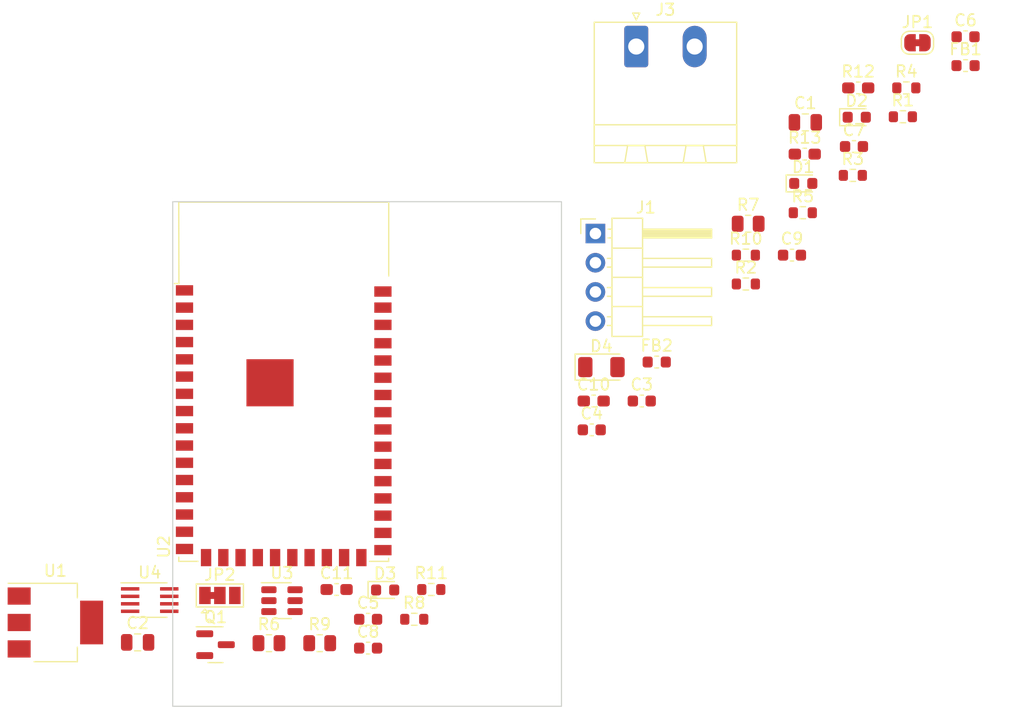
<source format=kicad_pcb>
(kicad_pcb (version 20211014) (generator pcbnew)
  (layers (0 "F.Cu" signal) (31 "B.Cu" signal) (34 "B.Paste" user) (35 "F.Paste" user) (36 "B.SilkS" user "B.Silkscreen") (37 "F.SilkS" user "F.Silkscreen") (38 "B.Mask" user) (39 "F.Mask" user) (44 "Edge.Cuts" user))
  (net 0 "")
  (net 1 "+5V")
  (net 2 "GND")
  (net 3 "+3V3")
  (net 4 "/USB_D+")
  (net 5 "/USB_D-")
  (net 6 "/EN")
  (net 7 "/IO00")
  (net 8 "Net-(C8-Pad2)")
  (net 9 "VBUS")
  (net 10 "Net-(D1-Pad2)")
  (net 11 "Net-(D2-Pad1)")
  (net 12 "/M1")
  (net 13 "Net-(D3-Pad2)")
  (net 14 "/O1V")
  (net 15 "/O1")
  (net 16 "+5VD")
  (net 17 "+12V")
  (net 18 "Net-(JP1-Pad2)")
  (net 19 "Net-(Q1-Pad1)")
  (net 20 "Net-(Q1-Pad2)")
  (net 25 "Net-(J2-PadB5)")
  (net 26 "Net-(J2-PadA5)")
  (net 27 "Net-(R12-Pad1)")
  (net 28 "WS2812B_GPIO_0")
  (net 29 "Net-(R13-Pad1)")
  (net 67 "/D-")
  (net 68 "/D+")
  (net 69 "GPIO_0")
  (footprint "Inductor_SMD:L_0603_1608Metric" (layer "F.Cu") (at 156.78 67.65)
    (fp_text reference "FB2" (at 0 -1.43) (layer "F.SilkS"))
    (fp_text value ">1A")
    (fp_line (start -0.162779 -0.51) (end 0.162779 -0.51) (layer "F.SilkS") (width 0.12))
    (fp_line (start -0.162779 0.51) (end 0.162779 0.51) (layer "F.SilkS") (width 0.12))
    (pad "1" smd roundrect locked (at -0.7875 0) (size 0.875 0.95) (layers "F.Cu" "F.Paste" "F.Mask") (net 1 "+5V"))
    (pad "2" smd roundrect locked (at 0.7875 0) (size 0.875 0.95) (layers "F.Cu" "F.Paste" "F.Mask") (net 9 "VBUS"))
  )
  (footprint "Capacitor_SMD:C_0603_1608Metric" (layer "F.Cu") (at 131.69 90.03)
    (fp_text reference "C5" (at 0 -1.43) (layer "F.SilkS"))
    (fp_text value "0.1u")
    (fp_line (start -0.14058 0.51) (end 0.14058 0.51) (layer "F.SilkS") (width 0.12))
    (fp_line (start -0.14058 -0.51) (end 0.14058 -0.51) (layer "F.SilkS") (width 0.12))
    (pad "1" smd roundrect locked (at -0.775 0) (size 0.9 0.95) (layers "F.Cu" "F.Paste" "F.Mask") (net 6 "/EN"))
    (pad "2" smd roundrect locked (at 0.775 0) (size 0.9 0.95) (layers "F.Cu" "F.Paste" "F.Mask") (net 2 "GND"))
  )
  (footprint "Connector_Phoenix_MSTB:PhoenixContact_MSTBA_2,5_2-G-5,08_1x02_P5.08mm_Horizontal" (layer "F.Cu") (at 155 40.2)
    (fp_text reference "J3" (at 2.54 -3.2) (layer "F.SilkS"))
    (fp_text value "Conn_01x02_Male")
    (fp_line (start 8.73 10.11) (end 8.73 -2.11) (layer "F.SilkS") (width 0.12))
    (fp_line (start -0.75 8.61) (end -1 10.11) (layer "F.SilkS") (width 0.12))
    (fp_line (start 0 -2.31) (end -0.3 -2.91) (layer "F.SilkS") (width 0.12))
    (fp_line (start 0.3 -2.91) (end 0 -2.31) (layer "F.SilkS") (width 0.12))
    (fp_line (start -1 10.11) (end 1 10.11) (layer "F.SilkS") (width 0.12))
    (fp_line (start -3.65 -2.11) (end -3.65 10.11) (layer "F.SilkS") (width 0.12))
    (fp_line (start -3.65 8.61) (end -3.65 6.81) (layer "F.SilkS") (width 0.12))
    (fp_line (start 8.73 8.61) (end -3.65 8.61) (layer "F.SilkS") (width 0.12))
    (fp_line (start 4.33 8.61) (end 4.08 10.11) (layer "F.SilkS") (width 0.12))
    (fp_line (start -3.65 10.11) (end 8.73 10.11) (layer "F.SilkS") (width 0.12))
    (fp_line (start 6.08 10.11) (end 5.83 8.61) (layer "F.SilkS") (width 0.12))
    (fp_line (start -0.3 -2.91) (end 0.3 -2.91) (layer "F.SilkS") (width 0.12))
    (fp_line (start 1 10.11) (end 0.75 8.61) (layer "F.SilkS") (width 0.12))
    (fp_line (start 0.75 8.61) (end -0.75 8.61) (layer "F.SilkS") (width 0.12))
    (fp_line (start 5.83 8.61) (end 4.33 8.61) (layer "F.SilkS") (width 0.12))
    (fp_line (start 8.73 6.81) (end 8.73 8.61) (layer "F.SilkS") (width 0.12))
    (fp_line (start 8.73 -2.11) (end -3.65 -2.11) (layer "F.SilkS") (width 0.12))
    (fp_line (start 4.08 10.11) (end 6.08 10.11) (layer "F.SilkS") (width 0.12))
    (fp_line (start -3.65 6.81) (end 8.73 6.81) (layer "F.SilkS") (width 0.12))
    (pad "1" thru_hole roundrect locked (at 0 0) (size 2.08 3.6) (drill 1.4) (layers *.Cu *.Mask) (roundrect_rratio 0.120192) (net 14 "/O1V"))
    (pad "2" thru_hole oval locked (at 5.08 0) (size 2.08 3.6) (drill 1.4) (layers *.Cu *.Mask) (net 15 "/O1"))
  )
  (footprint "Capacitor_SMD:C_0603_1608Metric_Pad1.08x0.95mm_HandSolder" (layer "F.Cu") (at 151.3 71.04)
    (fp_text reference "C10" (at 0 -1.43) (layer "F.SilkS"))
    (fp_text value "100nF")
    (fp_line (start -0.146267 -0.51) (end 0.146267 -0.51) (layer "F.SilkS") (width 0.12))
    (fp_line (start -0.146267 0.51) (end 0.146267 0.51) (layer "F.SilkS") (width 0.12))
    (pad "1" smd roundrect locked (at -0.8625 0) (size 1.075 0.95) (layers "F.Cu" "F.Paste" "F.Mask") (net 2 "GND"))
    (pad "2" smd roundrect locked (at 0.8625 0) (size 1.075 0.95) (layers "F.Cu" "F.Paste" "F.Mask") (net 3 "+3V3"))
  )
  (footprint "Capacitor_SMD:C_0603_1608Metric" (layer "F.Cu") (at 168.54 58.35)
    (fp_text reference "C9" (at 0 -1.43) (layer "F.SilkS"))
    (fp_text value "0.1u")
    (fp_line (start -0.14058 -0.51) (end 0.14058 -0.51) (layer "F.SilkS") (width 0.12))
    (fp_line (start -0.14058 0.51) (end 0.14058 0.51) (layer "F.SilkS") (width 0.12))
    (pad "1" smd roundrect locked (at -0.775 0) (size 0.9 0.95) (layers "F.Cu" "F.Paste" "F.Mask") (net 9 "VBUS"))
    (pad "2" smd roundrect locked (at 0.775 0) (size 0.9 0.95) (layers "F.Cu" "F.Paste" "F.Mask") (net 2 "GND"))
  )
  (footprint "Resistor_SMD:R_0603_1608Metric" (layer "F.Cu") (at 137.18 87.44)
    (fp_text reference "R11" (at 0 -1.43) (layer "F.SilkS"))
    (fp_text value "5.1k")
    (fp_line (start -0.237258 -0.5225) (end 0.237258 -0.5225) (layer "F.SilkS") (width 0.12))
    (fp_line (start -0.237258 0.5225) (end 0.237258 0.5225) (layer "F.SilkS") (width 0.12))
    (pad "1" smd roundrect locked (at -0.825 0) (size 0.8 0.95) (layers "F.Cu" "F.Paste" "F.Mask") (net 26 "Net-(J2-PadA5)"))
    (pad "2" smd roundrect locked (at 0.825 0) (size 0.8 0.95) (layers "F.Cu" "F.Paste" "F.Mask") (net 2 "GND"))
  )
  (footprint "Resistor_SMD:R_0603_1608Metric" (layer "F.Cu") (at 178.18 46.31)
    (fp_text reference "R1" (at 0 -1.43) (layer "F.SilkS"))
    (fp_text value "10k")
    (fp_line (start -0.237258 0.5225) (end 0.237258 0.5225) (layer "F.SilkS") (width 0.12))
    (fp_line (start -0.237258 -0.5225) (end 0.237258 -0.5225) (layer "F.SilkS") (width 0.12))
    (pad "1" smd roundrect locked (at -0.825 0) (size 0.8 0.95) (layers "F.Cu" "F.Paste" "F.Mask") (net 3 "+3V3"))
    (pad "2" smd roundrect locked (at 0.825 0) (size 0.8 0.95) (layers "F.Cu" "F.Paste" "F.Mask"))
  )
  (footprint "LED_SMD:LED_0603_1608Metric" (layer "F.Cu") (at 169.52 52.11)
    (fp_text reference "D1" (at 0 -1.43) (layer "F.SilkS"))
    (fp_text value "LED")
    (fp_line (start 0.8 -0.735) (end -1.485 -0.735) (layer "F.SilkS") (width 0.12))
    (fp_line (start -1.485 -0.735) (end -1.485 0.735) (layer "F.SilkS") (width 0.12))
    (fp_line (start -1.485 0.735) (end 0.8 0.735) (layer "F.SilkS") (width 0.12))
    (pad "1" smd roundrect locked (at -0.7875 0) (size 0.875 0.95) (layers "F.Cu" "F.Paste" "F.Mask") (net 2 "GND"))
    (pad "2" smd roundrect locked (at 0.7875 0) (size 0.875 0.95) (layers "F.Cu" "F.Paste" "F.Mask") (net 10 "Net-(D1-Pad2)"))
  )
  (footprint "Package_TO_SOT_SMD:SOT-23-6" (layer "F.Cu") (at 124.2 88.41)
    (fp_text reference "U3" (at 0 -2.4) (layer "F.SilkS"))
    (fp_text value "USBLC6-2SC6")
    (fp_line (start 0 1.56) (end 0.8 1.56) (layer "F.SilkS") (width 0.12))
    (fp_line (start 0 -1.56) (end -1.8 -1.56) (layer "F.SilkS") (width 0.12))
    (fp_line (start 0 -1.56) (end 0.8 -1.56) (layer "F.SilkS") (width 0.12))
    (fp_line (start 0 1.56) (end -0.8 1.56) (layer "F.SilkS") (width 0.12))
    (pad "1" smd roundrect locked (at -1.1375 -0.95) (size 1.325 0.6) (layers "F.Cu" "F.Paste" "F.Mask") (net 67 "/D-"))
    (pad "2" smd roundrect locked (at -1.1375 0) (size 1.325 0.6) (layers "F.Cu" "F.Paste" "F.Mask") (net 2 "GND"))
    (pad "3" smd roundrect locked (at -1.1375 0.95) (size 1.325 0.6) (layers "F.Cu" "F.Paste" "F.Mask") (net 68 "/D+"))
    (pad "4" smd roundrect locked (at 1.1375 0.95) (size 1.325 0.6) (layers "F.Cu" "F.Paste" "F.Mask") (net 4 "/USB_D+"))
    (pad "5" smd roundrect locked (at 1.1375 0) (size 1.325 0.6) (layers "F.Cu" "F.Paste" "F.Mask") (net 9 "VBUS"))
    (pad "6" smd roundrect locked (at 1.1375 -0.95) (size 1.325 0.6) (layers "F.Cu" "F.Paste" "F.Mask") (net 5 "/USB_D-"))
  )
  (footprint "Diode_SMD:D_1206_3216Metric" (layer "F.Cu") (at 151.97 68.09)
    (fp_text reference "D4" (at 0 -1.82) (layer "F.SilkS"))
    (fp_text value "1N4148")
    (fp_line (start -2.285 -1.135) (end -2.285 1.135) (layer "F.SilkS") (width 0.12))
    (fp_line (start 1.6 -1.135) (end -2.285 -1.135) (layer "F.SilkS") (width 0.12))
    (fp_line (start -2.285 1.135) (end 1.6 1.135) (layer "F.SilkS") (width 0.12))
    (pad "1" smd roundrect locked (at -1.4 0) (size 1.25 1.75) (layers "F.Cu" "F.Paste" "F.Mask") (roundrect_rratio 0.2) (net 14 "/O1V"))
    (pad "2" smd roundrect locked (at 1.4 0) (size 1.25 1.75) (layers "F.Cu" "F.Paste" "F.Mask") (roundrect_rratio 0.2) (net 15 "/O1"))
  )
  (footprint "Capacitor_SMD:C_0603_1608Metric" (layer "F.Cu") (at 173.93 48.9)
    (fp_text reference "C7" (at 0 -1.43) (layer "F.SilkS"))
    (fp_text value "0.1u")
    (fp_line (start -0.14058 -0.51) (end 0.14058 -0.51) (layer "F.SilkS") (width 0.12))
    (fp_line (start -0.14058 0.51) (end 0.14058 0.51) (layer "F.SilkS") (width 0.12))
    (pad "1" smd roundrect locked (at -0.775 0) (size 0.9 0.95) (layers "F.Cu" "F.Paste" "F.Mask") (net 3 "+3V3"))
    (pad "2" smd roundrect locked (at 0.775 0) (size 0.9 0.95) (layers "F.Cu" "F.Paste" "F.Mask") (net 2 "GND"))
  )
  (footprint "Capacitor_SMD:C_0603_1608Metric" (layer "F.Cu") (at 155.48 71.04)
    (fp_text reference "C3" (at 0 -1.43) (layer "F.SilkS"))
    (fp_text value "20p")
    (fp_line (start -0.14058 -0.51) (end 0.14058 -0.51) (layer "F.SilkS") (width 0.12))
    (fp_line (start -0.14058 0.51) (end 0.14058 0.51) (layer "F.SilkS") (width 0.12))
    (pad "1" smd roundrect locked (at -0.775 0) (size 0.9 0.95) (layers "F.Cu" "F.Paste" "F.Mask") (net 2 "GND"))
    (pad "2" smd roundrect locked (at 0.775 0) (size 0.9 0.95) (layers "F.Cu" "F.Paste" "F.Mask") (net 4 "/USB_D+"))
  )
  (footprint "Resistor_SMD:R_0603_1608Metric" (layer "F.Cu") (at 169.48 54.66)
    (fp_text reference "R5" (at 0 -1.43) (layer "F.SilkS"))
    (fp_text value "10k")
    (fp_line (start -0.237258 0.5225) (end 0.237258 0.5225) (layer "F.SilkS") (width 0.12))
    (fp_line (start -0.237258 -0.5225) (end 0.237258 -0.5225) (layer "F.SilkS") (width 0.12))
    (pad "1" smd roundrect locked (at -0.825 0) (size 0.8 0.95) (layers "F.Cu" "F.Paste" "F.Mask") (net 3 "+3V3"))
    (pad "2" smd roundrect locked (at 0.825 0) (size 0.8 0.95) (layers "F.Cu" "F.Paste" "F.Mask") (net 6 "/EN"))
  )
  (footprint "Package_TO_SOT_SMD:SOT-23" (layer "F.Cu") (at 118.42 92.24)
    (fp_text reference "Q1" (at 0 -2.4) (layer "F.SilkS"))
    (fp_text value "AO3400A")
    (fp_line (start 0 1.56) (end 0.65 1.56) (layer "F.SilkS") (width 0.12))
    (fp_line (start 0 1.56) (end -0.65 1.56) (layer "F.SilkS") (width 0.12))
    (fp_line (start 0 -1.56) (end 0.65 -1.56) (layer "F.SilkS") (width 0.12))
    (fp_line (start 0 -1.56) (end -1.675 -1.56) (layer "F.SilkS") (width 0.12))
    (pad "1" smd roundrect locked (at -0.9375 -0.95) (size 1.475 0.6) (layers "F.Cu" "F.Paste" "F.Mask") (net 19 "Net-(Q1-Pad1)"))
    (pad "2" smd roundrect locked (at -0.9375 0.95) (size 1.475 0.6) (layers "F.Cu" "F.Paste" "F.Mask") (net 20 "Net-(Q1-Pad2)"))
    (pad "3" smd roundrect locked (at 0.9375 0) (size 1.475 0.6) (layers "F.Cu" "F.Paste" "F.Mask") (net 15 "/O1"))
  )
  (footprint "Inductor_SMD:L_0603_1608Metric" (layer "F.Cu") (at 183.63 41.86)
    (fp_text reference "FB1" (at 0 -1.43) (layer "F.SilkS"))
    (fp_text value ">1A")
    (fp_line (start -0.162779 0.51) (end 0.162779 0.51) (layer "F.SilkS") (width 0.12))
    (fp_line (start -0.162779 -0.51) (end 0.162779 -0.51) (layer "F.SilkS") (width 0.12))
    (pad "1" smd roundrect locked (at -0.7875 0) (size 0.875 0.95) (layers "F.Cu" "F.Paste" "F.Mask") (net 8 "Net-(C8-Pad2)"))
    (pad "2" smd roundrect locked (at 0.7875 0) (size 0.875 0.95) (layers "F.Cu" "F.Paste" "F.Mask") (net 2 "GND"))
  )
  (footprint "LED_SMD:LED_0603_1608Metric" (layer "F.Cu") (at 174.17 46.35)
    (fp_text reference "D2" (at 0 -1.43) (layer "F.SilkS"))
    (fp_text value "LED")
    (fp_line (start -1.485 -0.735) (end -1.485 0.735) (layer "F.SilkS") (width 0.12))
    (fp_line (start 0.8 -0.735) (end -1.485 -0.735) (layer "F.SilkS") (width 0.12))
    (fp_line (start -1.485 0.735) (end 0.8 0.735) (layer "F.SilkS") (width 0.12))
    (pad "1" smd roundrect locked (at -0.7875 0) (size 0.875 0.95) (layers "F.Cu" "F.Paste" "F.Mask") (net 11 "Net-(D2-Pad1)"))
    (pad "2" smd roundrect locked (at 0.7875 0) (size 0.875 0.95) (layers "F.Cu" "F.Paste" "F.Mask") (net 12 "/M1"))
  )
  (footprint "Resistor_SMD:R_0603_1608Metric" (layer "F.Cu") (at 164.53 60.86)
    (fp_text reference "R2" (at 0 -1.43) (layer "F.SilkS"))
    (fp_text value "100r")
    (fp_line (start -0.237258 0.5225) (end 0.237258 0.5225) (layer "F.SilkS") (width 0.12))
    (fp_line (start -0.237258 -0.5225) (end 0.237258 -0.5225) (layer "F.SilkS") (width 0.12))
    (pad "1" smd roundrect locked (at -0.825 0) (size 0.8 0.95) (layers "F.Cu" "F.Paste" "F.Mask") (net 10 "Net-(D1-Pad2)"))
    (pad "2" smd roundrect locked (at 0.825 0) (size 0.8 0.95) (layers "F.Cu" "F.Paste" "F.Mask"))
  )
  (footprint "Jumper:SolderJumper-3_P1.3mm_Bridged12_Pad1.0x1.5mm" (layer "F.Cu") (at 118.8 87.96)
    (fp_text reference "JP2" (at 0 -1.8) (layer "F.SilkS"))
    (fp_text value "SolderJumper_3_Bridged12")
    (fp_poly (pts (xy -0.9 -0.3) (xy -0.4 -0.3) (xy -0.4 0.3) (xy -0.9 0.3)) (layer "F.Cu") (width 0) (fill solid))
    (fp_line (start -2.05 1) (end -2.05 -1) (layer "F.SilkS") (width 0.12))
    (fp_line (start 2.05 1) (end -2.05 1) (layer "F.SilkS") (width 0.12))
    (fp_line (start 2.05 -1) (end 2.05 1) (layer "F.SilkS") (width 0.12))
    (fp_line (start -1.6 1.5) (end -1 1.5) (layer "F.SilkS") (width 0.12))
    (fp_line (start -1.3 1.2) (end -1 1.5) (layer "F.SilkS") (width 0.12))
    (fp_line (start -2.05 -1) (end 2.05 -1) (layer "F.SilkS") (width 0.12))
    (fp_line (start -1.3 1.2) (end -1.6 1.5) (layer "F.SilkS") (width 0.12))
    (pad "1" smd rect locked (at -1.3 0) (size 1 1.5) (layers "F.Cu" "F.Mask") (net 1 "+5V"))
    (pad "2" smd rect locked (at 0 0) (size 1 1.5) (layers "F.Cu" "F.Mask") (net 14 "/O1V"))
    (pad "3" smd rect locked (at 1.3 0) (size 1 1.5) (layers "F.Cu" "F.Mask") (net 3 "+3V3"))
  )
  (footprint "Resistor_SMD:R_0603_1608Metric" (layer "F.Cu") (at 178.48 43.8)
    (fp_text reference "R4" (at 0 -1.43) (layer "F.SilkS"))
    (fp_text value "22r")
    (fp_line (start -0.237258 0.5225) (end 0.237258 0.5225) (layer "F.SilkS") (width 0.12))
    (fp_line (start -0.237258 -0.5225) (end 0.237258 -0.5225) (layer "F.SilkS") (width 0.12))
    (pad "1" smd roundrect locked (at -0.825 0) (size 0.8 0.95) (layers "F.Cu" "F.Paste" "F.Mask") (net 5 "/USB_D-"))
    (pad "2" smd roundrect locked (at 0.825 0) (size 0.8 0.95) (layers "F.Cu" "F.Paste" "F.Mask"))
  )
  (footprint "RF_Module:ESP32-S2-WROVER" (layer "F.Cu") (at 124.35 73.19)
    (fp_text reference "U2" (at -10.41 10.53 90) (layer "F.SilkS"))
    (fp_text value "ESP32-S2-WROVER")
    (fp_line (start -9.125 -19.45) (end 9.13 -19.45) (layer "F.SilkS") (width 0.12))
    (fp_line (start 9.12 11.8) (end 7.46 11.8) (layer "F.SilkS") (width 0.12))
    (fp_line (start -9.12 11.8) (end -7.46 11.8) (layer "F.SilkS") (width 0.12))
    (fp_line (start -9.12 11.44) (end -9.12 11.8) (layer "F.SilkS") (width 0.12))
    (fp_line (start -9.11 -12.37) (end -9.125 -19.45) (layer "F.SilkS") (width 0.12))
    (fp_line (start -9.11 -12.37) (end -9.5 -12.37) (layer "F.SilkS") (width 0.12))
    (fp_line (start 9.12 11.54) (end 9.12 11.8) (layer "F.SilkS") (width 0.12))
    (fp_line (start 9.13 -13.03) (end 9.13 -19.45) (layer "F.SilkS") (width 0.12))
    (pad "1" smd rect locked (at -8.625 -11.775) (size 1.5 0.9) (layers "F.Cu" "F.Paste" "F.Mask") (net 2 "GND"))
    (pad "2" smd rect locked (at -8.625 -10.275) (size 1.5 0.9) (layers "F.Cu" "F.Paste" "F.Mask"))
    (pad "3" smd rect locked (at -8.625 -8.775) (size 1.5 0.9) (layers "F.Cu" "F.Paste" "F.Mask") (net 7 "/IO00"))
    (pad "4" smd rect locked (at -8.625 -7.275) (size 1.5 0.9) (layers "F.Cu" "F.Paste" "F.Mask"))
    (pad "5" smd rect locked (at -8.625 -5.775) (size 1.5 0.9) (layers "F.Cu" "F.Paste" "F.Mask"))
    (pad "6" smd rect locked (at -8.625 -4.275) (size 1.5 0.9) (layers "F.Cu" "F.Paste" "F.Mask"))
    (pad "7" smd rect locked (at -8.625 -2.775) (size 1.5 0.9) (layers "F.Cu" "F.Paste" "F.Mask"))
    (pad "8" smd rect locked (at -8.625 -1.275) (size 1.5 0.9) (layers "F.Cu" "F.Paste" "F.Mask"))
    (pad "9" smd rect locked (at -8.625 0.225) (size 1.5 0.9) (layers "F.Cu" "F.Paste" "F.Mask"))
    (pad "10" smd rect locked (at -8.625 1.725) (size 1.5 0.9) (layers "F.Cu" "F.Paste" "F.Mask"))
    (pad "11" smd rect locked (at -8.625 3.225) (size 1.5 0.9) (layers "F.Cu" "F.Paste" "F.Mask"))
    (pad "12" smd rect locked (at -8.625 4.725) (size 1.5 0.9) (layers "F.Cu" "F.Paste" "F.Mask"))
    (pad "13" smd rect locked (at -8.625 6.225) (size 1.5 0.9) (layers "F.Cu" "F.Paste" "F.Mask"))
    (pad "14" smd rect locked (at -8.625 7.725) (size 1.5 0.9) (layers "F.Cu" "F.Paste" "F.Mask"))
    (pad "15" smd rect locked (at -8.625 9.225 180) (size 1.5 0.9) (layers "F.Cu" "F.Paste" "F.Mask"))
    (pad "16" smd rect locked (at -8.625 10.725 180) (size 1.5 0.9) (layers "F.Cu" "F.Paste" "F.Mask"))
    (pad "17" smd rect locked (at -6.75 11.475) (size 0.9 1.5) (layers "F.Cu" "F.Paste" "F.Mask"))
    (pad "18" smd rect locked (at -5.25 11.475) (size 0.9 1.5) (layers "F.Cu" "F.Paste" "F.Mask"))
    (pad "19" smd rect locked (at -3.75 11.475) (size 0.9 1.5) (layers "F.Cu" "F.Paste" "F.Mask"))
    (pad "20" smd rect locked (at -2.25 11.475) (size 0.9 1.5) (layers "F.Cu" "F.Paste" "F.Mask"))
    (pad "21" smd rect locked (at -0.75 11.475) (size 0.9 1.5) (layers "F.Cu" "F.Paste" "F.Mask"))
    (pad "22" smd rect locked (at 0.75 11.475) (size 0.9 1.5) (layers "F.Cu" "F.Paste" "F.Mask"))
    (pad "23" smd rect locked (at 2.25 11.475) (size 0.9 1.5) (layers "F.Cu" "F.Paste" "F.Mask"))
    (pad "24" smd rect locked (at 3.75 11.475) (size 0.9 1.5) (layers "F.Cu" "F.Paste" "F.Mask"))
    (pad "25" smd rect locked (at 5.25 11.475) (size 0.9 1.5) (layers "F.Cu" "F.Paste" "F.Mask"))
    (pad "26" smd rect locked (at 6.75 11.475) (size 0.9 1.5) (layers "F.Cu" "F.Paste" "F.Mask") (net 2 "GND"))
    (pad "27" smd rect locked (at 8.625 10.825) (size 1.5 0.9) (layers "F.Cu" "F.Paste" "F.Mask"))
    (pad "28" smd rect locked (at 8.625 9.325) (size 1.5 0.9) (layers "F.Cu" "F.Paste" "F.Mask"))
    (pad "29" smd rect locked (at 8.625 7.825) (size 1.5 0.9) (layers "F.Cu" "F.Paste" "F.Mask"))
    (pad "30" smd rect locked (at 8.625 6.325) (size 1.5 0.9) (layers "F.Cu" "F.Paste" "F.Mask"))
    (pad "31" smd rect locked (at 8.625 4.825) (size 1.5 0.9) (layers "F.Cu" "F.Paste" "F.Mask"))
    (pad "32" smd rect locked (at 8.625 3.325) (size 1.5 0.9) (layers "F.Cu" "F.Paste" "F.Mask"))
    (pad "33" smd rect locked (at 8.625 1.825) (size 1.5 0.9) (layers "F.Cu" "F.Paste" "F.Mask"))
    (pad "34" smd rect locked (at 8.625 0.325) (size 1.5 0.9) (layers "F.Cu" "F.Paste" "F.Mask"))
    (pad "35" smd rect locked (at 8.625 -1.175) (size 1.5 0.9) (layers "F.Cu" "F.Paste" "F.Mask"))
    (pad "36" smd rect locked (at 8.625 -2.675) (size 1.5 0.9) (layers "F.Cu" "F.Paste" "F.Mask"))
    (pad "37" smd rect locked (at 8.625 -4.175) (size 1.5 0.9) (layers "F.Cu" "F.Paste" "F.Mask"))
    (pad "38" smd rect locked (at 8.625 -5.675) (size 1.5 0.9) (layers "F.Cu" "F.Paste" "F.Mask"))
    (pad "39" smd rect locked (at 8.625 -7.175) (size 1.5 0.9) (layers "F.Cu" "F.Paste" "F.Mask"))
    (pad "40" smd rect locked (at 8.625 -8.775) (size 1.5 0.9) (layers "F.Cu" "F.Paste" "F.Mask"))
    (pad "41" smd rect locked (at 8.625 -10.275) (size 1.5 0.9) (layers "F.Cu" "F.Paste" "F.Mask") (net 6 "/EN"))
    (pad "42" smd rect locked (at 8.625 -11.675) (size 1.5 0.9) (layers "F.Cu" "F.Paste" "F.Mask") (net 2 "GND"))
    (pad "43" smd rect locked (at -1.19 -3.735) (size 4.1 4.1) (layers "F.Cu" "F.Paste" "F.Mask") (net 2 "GND"))
  )
  (footprint "Capacitor_SMD:C_0603_1608Metric" (layer "F.Cu") (at 183.63 39.35)
    (fp_text reference "C6" (at 0 -1.43) (layer "F.SilkS"))
    (fp_text value "0.1u")
    (fp_line (start -0.14058 -0.51) (end 0.14058 -0.51) (layer "F.SilkS") (width 0.12))
    (fp_line (start -0.14058 0.51) (end 0.14058 0.51) (layer "F.SilkS") (width 0.12))
    (pad "1" smd roundrect locked (at -0.775 0) (size 0.9 0.95) (layers "F.Cu" "F.Paste" "F.Mask") (net 7 "/IO00"))
    (pad "2" smd roundrect locked (at 0.775 0) (size 0.9 0.95) (layers "F.Cu" "F.Paste" "F.Mask") (net 2 "GND"))
  )
  (footprint "Capacitor_SMD:C_0603_1608Metric" (layer "F.Cu") (at 131.69 92.54)
    (fp_text reference "C8" (at 0 -1.43) (layer "F.SilkS"))
    (fp_text value "0.1u")
    (fp_line (start -0.14058 0.51) (end 0.14058 0.51) (layer "F.SilkS") (width 0.12))
    (fp_line (start -0.14058 -0.51) (end 0.14058 -0.51) (layer "F.SilkS") (width 0.12))
    (pad "1" smd roundrect locked (at -0.775 0) (size 0.9 0.95) (layers "F.Cu" "F.Paste" "F.Mask") (net 2 "GND"))
    (pad "2" smd roundrect locked (at 0.775 0) (size 0.9 0.95) (layers "F.Cu" "F.Paste" "F.Mask") (net 8 "Net-(C8-Pad2)"))
  )
  (footprint "Capacitor_SMD:C_0603_1608Metric" (layer "F.Cu") (at 151.13 73.55)
    (fp_text reference "C4" (at 0 -1.43) (layer "F.SilkS"))
    (fp_text value "20p")
    (fp_line (start -0.14058 -0.51) (end 0.14058 -0.51) (layer "F.SilkS") (width 0.12))
    (fp_line (start -0.14058 0.51) (end 0.14058 0.51) (layer "F.SilkS") (width 0.12))
    (pad "1" smd roundrect locked (at -0.775 0) (size 0.9 0.95) (layers "F.Cu" "F.Paste" "F.Mask") (net 5 "/USB_D-"))
    (pad "2" smd roundrect locked (at 0.775 0) (size 0.9 0.95) (layers "F.Cu" "F.Paste" "F.Mask") (net 2 "GND"))
  )
  (footprint "Resistor_SMD:R_0805_2012Metric" (layer "F.Cu") (at 123.07 92.11)
    (fp_text reference "R6" (at 0 -1.65) (layer "F.SilkS"))
    (fp_text value "1k")
    (fp_line (start -0.227064 -0.735) (end 0.227064 -0.735) (layer "F.SilkS") (width 0.12))
    (fp_line (start -0.227064 0.735) (end 0.227064 0.735) (layer "F.SilkS") (width 0.12))
    (pad "1" smd roundrect locked (at -0.9125 0) (size 1.025 1.4) (layers "F.Cu" "F.Paste" "F.Mask") (roundrect_rratio 0.243902) (net 11 "Net-(D2-Pad1)"))
    (pad "2" smd roundrect locked (at 0.9125 0) (size 1.025 1.4) (layers "F.Cu" "F.Paste" "F.Mask") (roundrect_rratio 0.243902) (net 20 "Net-(Q1-Pad2)"))
  )
  (footprint "Resistor_SMD:R_0603_1608Metric" (layer "F.Cu") (at 135.7 90.03)
    (fp_text reference "R8" (at 0 -1.43) (layer "F.SilkS"))
    (fp_text value "100r")
    (fp_line (start -0.237258 -0.5225) (end 0.237258 -0.5225) (layer "F.SilkS") (width 0.12))
    (fp_line (start -0.237258 0.5225) (end 0.237258 0.5225) (layer "F.SilkS") (width 0.12))
    (pad "1" smd roundrect locked (at -0.825 0) (size 0.8 0.95) (layers "F.Cu" "F.Paste" "F.Mask") (net 18 "Net-(JP1-Pad2)"))
    (pad "2" smd roundrect locked (at 0.825 0) (size 0.8 0.95) (layers "F.Cu" "F.Paste" "F.Mask") (net 13 "Net-(D3-Pad2)"))
  )
  (footprint "Connector_PinHeader_2.54mm:PinHeader_1x04_P2.54mm_Horizontal" (layer "F.Cu") (at 151.45 56.47)
    (fp_text reference "J1" (at 4.385 -2.27) (layer "F.SilkS"))
    (fp_text value "Conn_01x04_Male")
    (fp_line (start 4.1 -1.33) (end 1.44 -1.33) (layer "F.SilkS") (width 0.12))
    (fp_line (start 10.1 0.38) (end 4.1 0.38) (layer "F.SilkS") (width 0.12))
    (fp_line (start 1.042929 8) (end 1.44 8) (layer "F.SilkS") (width 0.12))
    (fp_line (start 10.1 2.92) (end 4.1 2.92) (layer "F.SilkS") (width 0.12))
    (fp_line (start 1.11 -0.38) (end 1.44 -0.38) (layer "F.SilkS") (width 0.12))
    (fp_line (start 1.042929 4.7) (end 1.44 4.7) (layer "F.SilkS") (width 0.12))
    (fp_line (start 1.042929 5.46) (end 1.44 5.46) (layer "F.SilkS") (width 0.12))
    (fp_line (start 1.44 -1.33) (end 1.44 8.95) (layer "F.SilkS") (width 0.12))
    (fp_line (start 10.1 8) (end 4.1 8) (layer "F.SilkS") (width 0.12))
    (fp_line (start 1.042929 7.24) (end 1.44 7.24) (layer "F.SilkS") (width 0.12))
    (fp_line (start 4.1 0.04) (end 10.1 0.04) (layer "F.SilkS") (width 0.12))
    (fp_line (start 10.1 5.46) (end 4.1 5.46) (layer "F.SilkS") (width 0.12))
    (fp_line (start 10.1 4.7) (end 10.1 5.46) (layer "F.SilkS") (width 0.12))
    (fp_line (start 4.1 2.16) (end 10.1 2.16) (layer "F.SilkS") (width 0.12))
    (fp_line (start 10.1 2.16) (end 10.1 2.92) (layer "F.SilkS") (width 0.12))
    (fp_line (start 1.11 0.38) (end 1.44 0.38) (layer "F.SilkS") (width 0.12))
    (fp_line (start 1.042929 2.92) (end 1.44 2.92) (layer "F.SilkS") (width 0.12))
    (fp_line (start 1.44 6.35) (end 4.1 6.35) (layer "F.SilkS") (width 0.12))
    (fp_line (start 4.1 -0.32) (end 10.1 -0.32) (layer "F.SilkS") (width 0.12))
    (fp_line (start 4.1 -0.08) (end 10.1 -0.08) (layer "F.SilkS") (width 0.12))
    (fp_line (start 4.1 -0.2) (end 10.1 -0.2) (layer "F.SilkS") (width 0.12))
    (fp_line (start 4.1 0.28) (end 10.1 0.28) (layer "F.SilkS") (width 0.12))
    (fp_line (start 1.44 1.27) (end 4.1 1.27) (layer "F.SilkS") (width 0.12))
    (fp_line (start 10.1 -0.38) (end 10.1 0.38) (layer "F.SilkS") (width 0.12))
    (fp_line (start 4.1 4.7) (end 10.1 4.7) (layer "F.SilkS") (width 0.12))
    (fp_line (start 4.1 0.16) (end 10.1 0.16) (layer "F.SilkS") (width 0.12))
    (fp_line (start 4.1 8.95) (end 4.1 -1.33) (layer "F.SilkS") (width 0.12))
    (fp_line (start 1.042929 2.16) (end 1.44 2.16) (layer "F.SilkS") (width 0.12))
    (fp_line (start 4.1 -0.38) (end 10.1 -0.38) (layer "F.SilkS") (width 0.12))
    (fp_line (start -1.27 -1.27) (end 0 -1.27) (layer "F.SilkS") (width 0.12))
    (fp_line (start 1.44 3.81) (end 4.1 3.81) (layer "F.SilkS") (width 0.12))
    (fp_line (start 1.44 8.95) (end 4.1 8.95) (layer "F.SilkS") (width 0.12))
    (fp_line (start -1.27 0) (end -1.27 -1.27) (layer "F.SilkS") (width 0.12))
    (fp_line (start 4.1 7.24) (end 10.1 7.24) (layer "F.SilkS") (width 0.12))
    (fp_line (start 10.1 7.24) (end 10.1 8) (layer "F.SilkS") (width 0.12))
    (pad "1" thru_hole rect locked (at 0 0) (size 1.7 1.7) (drill 1) (layers *.Cu *.Mask) (net 2 "GND"))
    (pad "2" thru_hole oval locked (at 0 2.54) (size 1.7 1.7) (drill 1) (layers *.Cu *.Mask) (net 16 "+5VD"))
    (pad "3" thru_hole oval locked (at 0 5.08) (size 1.7 1.7) (drill 1) (layers *.Cu *.Mask) (net 3 "+3V3"))
    (pad "4" thru_hole oval locked (at 0 7.62) (size 1.7 1.7) (drill 1) (layers *.Cu *.Mask) (net 17 "+12V"))
  )
  (footprint "Package_TO_SOT_SMD:SOT-223" (layer "F.Cu") (at 104.5 90.31)
    (fp_text reference "U1" (at 0 -4.5) (layer "F.SilkS"))
    (fp_text value "LM1117-3.3")
    (fp_line (start -4.1 -3.41) (end 1.91 -3.41) (layer "F.SilkS") (width 0.12))
    (fp_line (start 1.91 -3.41) (end 1.91 -2.15) (layer "F.SilkS") (width 0.12))
    (fp_line (start 1.91 3.41) (end 1.91 2.15) (layer "F.SilkS") (width 0.12))
    (fp_line (start -1.85 3.41) (end 1.91 3.41) (layer "F.SilkS") (width 0.12))
    (pad "1" smd rect locked (at -3.15 -2.3) (size 2 1.5) (layers "F.Cu" "F.Paste" "F.Mask") (net 2 "GND"))
    (pad "2" smd rect locked (at -3.15 0) (size 2 1.5) (layers "F.Cu" "F.Paste" "F.Mask") (net 3 "+3V3"))
    (pad "3" smd rect locked (at -3.15 2.3) (size 2 1.5) (layers "F.Cu" "F.Paste" "F.Mask") (net 1 "+5V"))
    (pad "4" smd rect locked (at 3.15 0) (size 2 3.8) (layers "F.Cu" "F.Paste" "F.Mask"))
  )
  (footprint "LED_SMD:LED_0603_1608Metric" (layer "F.Cu") (at 133.17 87.48)
    (fp_text reference "D3" (at 0 -1.43) (layer "F.SilkS"))
    (fp_text value "LED")
    (fp_line (start -1.485 0.735) (end 0.8 0.735) (layer "F.SilkS") (width 0.12))
    (fp_line (start -1.485 -0.735) (end -1.485 0.735) (layer "F.SilkS") (width 0.12))
    (fp_line (start 0.8 -0.735) (end -1.485 -0.735) (layer "F.SilkS") (width 0.12))
    (pad "1" smd roundrect locked (at -0.7875 0) (size 0.875 0.95) (layers "F.Cu" "F.Paste" "F.Mask") (net 2 "GND"))
    (pad "2" smd roundrect locked (at 0.7875 0) (size 0.875 0.95) (layers "F.Cu" "F.Paste" "F.Mask") (net 13 "Net-(D3-Pad2)"))
  )
  (footprint "Capacitor_SMD:C_0603_1608Metric_Pad1.08x0.95mm_HandSolder" (layer "F.Cu") (at 169.65 49.56)
    (fp_text reference "R13" (at 0 -1.43) (layer "F.SilkS"))
    (fp_text value "300")
    (fp_line (start -0.146267 -0.51) (end 0.146267 -0.51) (layer "F.SilkS") (width 0.12))
    (fp_line (start -0.146267 0.51) (end 0.146267 0.51) (layer "F.SilkS") (width 0.12))
    (pad "1" smd roundrect locked (at -0.8625 0) (size 1.075 0.95) (layers "F.Cu" "F.Paste" "F.Mask") (net 29 "Net-(R13-Pad1)"))
    (pad "2" smd roundrect locked (at 0.8625 0) (size 1.075 0.95) (layers "F.Cu" "F.Paste" "F.Mask") (net 28 "WS2812B_GPIO_0"))
  )
  (footprint "Jumper:SolderJumper-2_P1.3mm_Bridged_RoundedPad1.0x1.5mm" (layer "F.Cu") (at 179.45 39.87)
    (fp_text reference "JP1" (at 0 -1.8) (layer "F.SilkS"))
    (fp_text value "SolderJumper_2_Bridged")
    (fp_poly (pts (xy 0.25 -0.3) (xy -0.25 -0.3) (xy -0.25 0.3) (xy 0.25 0.3)) (layer "F.Cu") (width 0) (fill solid))
    (fp_line (start -0.7 -1) (end 0.7 -1) (layer "F.SilkS") (width 0.12))
    (fp_line (start -1.4 0.3) (end -1.4 -0.3) (layer "F.SilkS") (width 0.12))
    (fp_line (start 0.7 1) (end -0.7 1) (layer "F.SilkS") (width 0.12))
    (fp_line (start 1.4 -0.3) (end 1.4 0.3) (layer "F.SilkS") (width 0.12))
    (fp_arc (start 1.4 0.3) (mid 1.194975 0.794975) (end 0.7 1) (layer "F.SilkS") (width 0.12))
    (fp_arc (start -0.7 1) (mid -1.194975 0.794975) (end -1.4 0.3) (layer "F.SilkS") (width 0.12))
    (fp_arc (start 0.7 -1) (mid 1.194975 -0.794975) (end 1.4 -0.3) (layer "F.SilkS") (width 0.12))
    (fp_arc (start -1.4 -0.3) (mid -1.194975 -0.794975) (end -0.7 -1) (layer "F.SilkS") (width 0.12))
    (pad "1" smd custom locked (at -0.65 0) (size 1 0.5) (layers "F.Cu" "F.Mask") (net 3 "+3V3") (options (clearance outline) (anchor rect)) (primitives (gr_circle (center 0 0.25) (end 0.5 0.25) (width 0) (fill yes)) (gr_circle (center 0 -0.25) (end 0.5 -0.25) (width 0) (fill yes)) (gr_poly (pts (xy 0.5 0.75) (xy 0 0.75) (xy 0 -0.75) (xy 0.5 -0.75)) (width 0) (fill yes))))
    (pad "2" smd custom locked (at 0.65 0) (size 1 0.5) (layers "F.Cu" "F.Mask") (net 18 "Net-(JP1-Pad2)") (options (clearance outline) (anchor rect)) (primitives (gr_circle (center 0 0.25) (end 0.5 0.25) (width 0) (fill yes)) (gr_circle (center 0 -0.25) (end 0.5 -0.25) (width 0) (fill yes)) (gr_poly (pts (xy 0 0.75) (xy -0.5 0.75) (xy -0.5 -0.75) (xy 0 -0.75)) (width 0) (fill yes))))
  )
  (footprint "Resistor_SMD:R_0805_2012Metric" (layer "F.Cu") (at 127.48 92.11)
    (fp_text reference "R9" (at 0 -1.65) (layer "F.SilkS"))
    (fp_text value "150")
    (fp_line (start -0.227064 -0.735) (end 0.227064 -0.735) (layer "F.SilkS") (width 0.12))
    (fp_line (start -0.227064 0.735) (end 0.227064 0.735) (layer "F.SilkS") (width 0.12))
    (pad "1" smd roundrect locked (at -0.9125 0) (size 1.025 1.4) (layers "F.Cu" "F.Paste" "F.Mask") (roundrect_rratio 0.243902) (net 12 "/M1"))
    (pad "2" smd roundrect locked (at 0.9125 0) (size 1.025 1.4) (layers "F.Cu" "F.Paste" "F.Mask") (roundrect_rratio 0.243902) (net 19 "Net-(Q1-Pad1)"))
  )
  (footprint "Resistor_SMD:R_0603_1608Metric" (layer "F.Cu") (at 173.83 51.41)
    (fp_text reference "R3" (at 0 -1.43) (layer "F.SilkS"))
    (fp_text value "22r")
    (fp_line (start -0.237258 -0.5225) (end 0.237258 -0.5225) (layer "F.SilkS") (width 0.12))
    (fp_line (start -0.237258 0.5225) (end 0.237258 0.5225) (layer "F.SilkS") (width 0.12))
    (pad "1" smd roundrect locked (at -0.825 0) (size 0.8 0.95) (layers "F.Cu" "F.Paste" "F.Mask") (net 4 "/USB_D+"))
    (pad "2" smd roundrect locked (at 0.825 0) (size 0.8 0.95) (layers "F.Cu" "F.Paste" "F.Mask"))
  )
  (footprint "Capacitor_SMD:C_0603_1608Metric_Pad1.08x0.95mm_HandSolder" (layer "F.Cu") (at 174.3 43.8)
    (fp_text reference "R12" (at 0 -1.43) (layer "F.SilkS"))
    (fp_text value "300")
    (fp_line (start -0.146267 -0.51) (end 0.146267 -0.51) (layer "F.SilkS") (width 0.12))
    (fp_line (start -0.146267 0.51) (end 0.146267 0.51) (layer "F.SilkS") (width 0.12))
    (pad "1" smd roundrect locked (at -0.8625 0) (size 1.075 0.95) (layers "F.Cu" "F.Paste" "F.Mask") (net 27 "Net-(R12-Pad1)"))
    (pad "2" smd roundrect locked (at 0.8625 0) (size 1.075 0.95) (layers "F.Cu" "F.Paste" "F.Mask") (net 28 "WS2812B_GPIO_0"))
  )
  (footprint "Capacitor_SMD:C_0805_2012Metric" (layer "F.Cu") (at 111.65 92.04)
    (fp_text reference "C2" (at 0 -1.68) (layer "F.SilkS"))
    (fp_text value "0.1uF")
    (fp_line (start -0.261252 -0.735) (end 0.261252 -0.735) (layer "F.SilkS") (width 0.12))
    (fp_line (start -0.261252 0.735) (end 0.261252 0.735) (layer "F.SilkS") (width 0.12))
    (pad "1" smd roundrect locked (at -0.95 0) (size 1 1.45) (layers "F.Cu" "F.Paste" "F.Mask") (net 2 "GND"))
    (pad "2" smd roundrect locked (at 0.95 0) (size 1 1.45) (layers "F.Cu" "F.Paste" "F.Mask") (net 3 "+3V3"))
  )
  (footprint "Resistor_SMD:R_0603_1608Metric" (layer "F.Cu") (at 164.53 58.35)
    (fp_text reference "R10" (at 0 -1.43) (layer "F.SilkS"))
    (fp_text value "5.1k")
    (fp_line (start -0.237258 0.5225) (end 0.237258 0.5225) (layer "F.SilkS") (width 0.12))
    (fp_line (start -0.237258 -0.5225) (end 0.237258 -0.5225) (layer "F.SilkS") (width 0.12))
    (pad "1" smd roundrect locked (at -0.825 0) (size 0.8 0.95) (layers "F.Cu" "F.Paste" "F.Mask") (net 25 "Net-(J2-PadB5)"))
    (pad "2" smd roundrect locked (at 0.825 0) (size 0.8 0.95) (layers "F.Cu" "F.Paste" "F.Mask") (net 2 "GND"))
  )
  (footprint "Capacitor_SMD:C_0603_1608Metric_Pad1.08x0.95mm_HandSolder" (layer "F.Cu") (at 128.95 87.44)
    (fp_text reference "C11" (at 0 -1.43) (layer "F.SilkS"))
    (fp_text value "100nF")
    (fp_line (start -0.146267 -0.51) (end 0.146267 -0.51) (layer "F.SilkS") (width 0.12))
    (fp_line (start -0.146267 0.51) (end 0.146267 0.51) (layer "F.SilkS") (width 0.12))
    (pad "1" smd roundrect locked (at -0.8625 0) (size 1.075 0.95) (layers "F.Cu" "F.Paste" "F.Mask") (net 1 "+5V"))
    (pad "2" smd roundrect locked (at 0.8625 0) (size 1.075 0.95) (layers "F.Cu" "F.Paste" "F.Mask") (net 2 "GND"))
  )
  (footprint "Package_SO:SSOP-8_2.95x2.8mm_P0.65mm" (layer "F.Cu") (at 112.7 88.36)
    (fp_text reference "U4" (at 0 -2.4) (layer "F.SilkS"))
    (fp_text value "TXS0102DCT")
    (fp_line (start 1.5 1.5) (end -1.5 1.5) (layer "F.SilkS") (width 0.12))
    (fp_line (start 1.5 -1.5) (end -2.5 -1.5) (layer "F.SilkS") (width 0.12))
    (pad "1" smd rect locked (at -1.7 -0.975 270) (size 0.3 1.6) (layers "F.Cu" "F.Paste" "F.Mask") (net 29 "Net-(R13-Pad1)"))
    (pad "2" smd rect locked (at -1.7 -0.325 270) (size 0.3 1.6) (layers "F.Cu" "F.Paste" "F.Mask") (net 2 "GND"))
    (pad "3" smd rect locked (at -1.7 0.325 270) (size 0.3 1.6) (layers "F.Cu" "F.Paste" "F.Mask") (net 3 "+3V3"))
    (pad "4" smd rect locked (at -1.7 0.975 270) (size 0.3 1.6) (layers "F.Cu" "F.Paste" "F.Mask") (net 69 "GPIO_0"))
    (pad "5" smd rect locked (at 1.7 0.975 270) (size 0.3 1.6) (layers "F.Cu" "F.Paste" "F.Mask") (net 69 "GPIO_0"))
    (pad "6" smd rect locked (at 1.7 0.325 270) (size 0.3 1.6) (layers "F.Cu" "F.Paste" "F.Mask") (net 3 "+3V3"))
    (pad "7" smd rect locked (at 1.7 -0.325 270) (size 0.3 1.6) (layers "F.Cu" "F.Paste" "F.Mask") (net 1 "+5V"))
    (pad "8" smd rect locked (at 1.7 -0.975 270) (size 0.3 1.6) (layers "F.Cu" "F.Paste" "F.Mask") (net 27 "Net-(R12-Pad1)"))
  )
  (footprint "Resistor_SMD:R_0805_2012Metric" (layer "F.Cu") (at 164.73 55.62)
    (fp_text reference "R7" (at 0 -1.65) (layer "F.SilkS"))
    (fp_text value "10k")
    (fp_line (start -0.227064 -0.735) (end 0.227064 -0.735) (layer "F.SilkS") (width 0.12))
    (fp_line (start -0.227064 0.735) (end 0.227064 0.735) (layer "F.SilkS") (width 0.12))
    (pad "1" smd roundrect locked (at -0.9125 0) (size 1.025 1.4) (layers "F.Cu" "F.Paste" "F.Mask") (roundrect_rratio 0.243902) (net 12 "/M1"))
    (pad "2" smd roundrect locked (at 0.9125 0) (size 1.025 1.4) (layers "F.Cu" "F.Paste" "F.Mask") (roundrect_rratio 0.243902) (net 20 "Net-(Q1-Pad2)"))
  )
  (footprint "Capacitor_SMD:C_0805_2012Metric" (layer "F.Cu") (at 169.7 46.8)
    (fp_text reference "C1" (at 0 -1.68) (layer "F.SilkS"))
    (fp_text value "0.1uF")
    (fp_line (start -0.261252 0.735) (end 0.261252 0.735) (layer "F.SilkS") (width 0.12))
    (fp_line (start -0.261252 -0.735) (end 0.261252 -0.735) (layer "F.SilkS") (width 0.12))
    (pad "1" smd roundrect locked (at -0.95 0) (size 1 1.45) (layers "F.Cu" "F.Paste" "F.Mask") (net 1 "+5V"))
    (pad "2" smd roundrect locked (at 0.95 0) (size 1 1.45) (layers "F.Cu" "F.Paste" "F.Mask") (net 2 "GND"))
  )
  (gr_rect (start 114.7 53.7) (end 148.5 97.6) (layer "Edge.Cuts") (width 0.1) (fill none))
)
</source>
